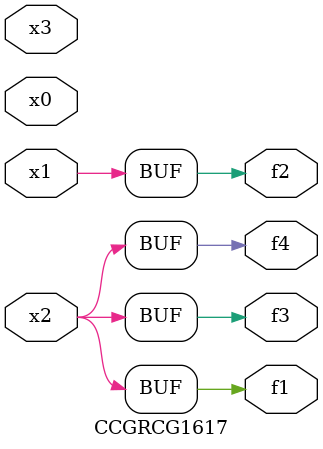
<source format=v>
module CCGRCG1617(
	input x0, x1, x2, x3,
	output f1, f2, f3, f4
);
	assign f1 = x2;
	assign f2 = x1;
	assign f3 = x2;
	assign f4 = x2;
endmodule

</source>
